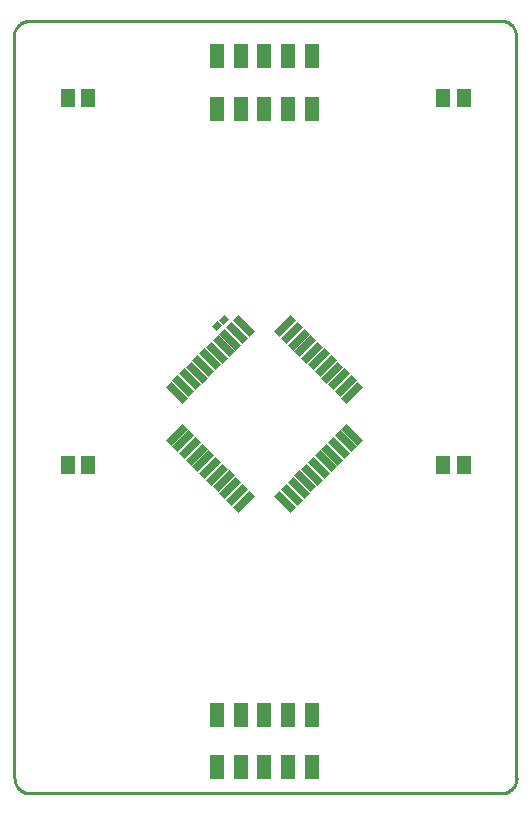
<source format=gbp>
%FSTAX23Y23*%
%MOIN*%
%SFA1B1*%

%IPPOS*%
%AMD20*
4,1,4,0.036100,-0.018100,-0.018100,0.036100,-0.036100,0.018100,0.018100,-0.036100,0.036100,-0.018100,0.0*
%
%AMD21*
4,1,4,-0.018100,-0.036100,0.036100,0.018100,0.018100,0.036100,-0.036100,-0.018100,-0.018100,-0.036100,0.0*
%
%AMD53*
4,1,4,0.016400,0.000600,0.000600,0.016400,-0.016400,-0.000600,-0.000600,-0.016400,0.016400,0.000600,0.0*
%
%ADD14C,0.010000*%
G04~CAMADD=20~9~0.0~0.0~767.7~255.9~0.0~0.0~0~0.0~0.0~0.0~0.0~0~0.0~0.0~0.0~0.0~0~0.0~0.0~0.0~315.0~722.0~721.0*
%ADD20D20*%
G04~CAMADD=21~9~0.0~0.0~767.7~255.9~0.0~0.0~0~0.0~0.0~0.0~0.0~0~0.0~0.0~0.0~0.0~0~0.0~0.0~0.0~225.0~722.0~721.0*
%ADD21D21*%
%ADD51R,0.046060X0.084840*%
%ADD52R,0.047240X0.059060*%
G04~CAMADD=53~9~0.0~0.0~224.4~240.2~0.0~0.0~0~0.0~0.0~0.0~0.0~0~0.0~0.0~0.0~0.0~0~0.0~0.0~0.0~315.0~328.0~327.0*
%ADD53D53*%
%LNnas-craftsman_nixie_base_v1_1-1*%
%LPD*%
G54D14*
X17704Y00331D02*
D01*
X17705Y00327*
X17705Y00324*
X17706Y0032*
X17706Y00317*
X17707Y00314*
X17709Y00311*
X1771Y00307*
X17712Y00304*
X17714Y00301*
X17716Y00299*
X17718Y00296*
X17721Y00294*
X17724Y00291*
X17726Y00289*
X17729Y00288*
X17733Y00286*
X17736Y00284*
X17739Y00283*
X17742Y00282*
X17746Y00282*
X17749Y00281*
X17753Y00281*
X17754Y00281*
X17753Y02855D02*
D01*
X17749Y02855*
X17746Y02855*
X17743Y02854*
X17739Y02853*
X17736Y02852*
X17733Y02851*
X1773Y02849*
X17726Y02848*
X17724Y02846*
X17721Y02843*
X17718Y02841*
X17716Y02839*
X17714Y02836*
X17712Y02833*
X1771Y0283*
X17708Y02827*
X17707Y02824*
X17705Y02821*
X17704Y02817*
X17704Y02814*
X17703Y0281*
X17703Y02807*
X17703Y02805*
X19376D02*
D01*
X19376Y02809*
X19376Y02812*
X19375Y02815*
X19374Y02819*
X19373Y02822*
X19372Y02825*
X1937Y02829*
X19369Y02832*
X19367Y02834*
X19365Y02837*
X19362Y0284*
X1936Y02842*
X19357Y02845*
X19354Y02847*
X19351Y02848*
X19348Y0285*
X19345Y02851*
X19342Y02853*
X19338Y02854*
X19335Y02854*
X19331Y02855*
X19328Y02855*
X19326Y02855*
X19328Y00281D02*
D01*
X19331Y00281*
X19335Y00281*
X19338Y00282*
X19342Y00283*
X19345Y00284*
X19348Y00285*
X19351Y00287*
X19354Y00288*
X19357Y0029*
X1936Y00293*
X19362Y00295*
X19365Y00297*
X19367Y003*
X19369Y00303*
X19371Y00306*
X19373Y00309*
X19374Y00312*
X19375Y00315*
X19376Y00319*
X19377Y00322*
X19377Y00326*
X19378Y00329*
X19378Y00331*
X17935Y00281D02*
X19132D01*
X1794Y02855D02*
X19134D01*
X17753D02*
X19326D01*
X17754Y00281D02*
X19328D01*
X17703Y00334D02*
Y02805D01*
X19376Y00328D02*
Y02809D01*
G54D20*
X18468Y01838D03*
X18446Y01816D03*
X18423Y01793D03*
X18401Y01771D03*
X18379Y01749D03*
X18357Y01727D03*
X18334Y01704D03*
X18312Y01682D03*
X1829Y0166D03*
X18267Y01638D03*
X18245Y01615D03*
X18607Y01253D03*
X18629Y01276D03*
X18652Y01298D03*
X18674Y0132D03*
X18696Y01342D03*
X18718Y01365D03*
X18741Y01387D03*
X18763Y01409D03*
X18785Y01432D03*
X18808Y01454D03*
X1883Y01476D03*
G54D21*
X1883Y01615D03*
X18808Y01638D03*
X18785Y0166D03*
X18763Y01682D03*
X18741Y01704D03*
X18718Y01727D03*
X18696Y01749D03*
X18674Y01771D03*
X18652Y01793D03*
X18629Y01816D03*
X18607Y01838D03*
X18245Y01476D03*
X18267Y01454D03*
X1829Y01432D03*
X18312Y01409D03*
X18334Y01387D03*
X18357Y01365D03*
X18379Y01342D03*
X18401Y0132D03*
X18423Y01298D03*
X18446Y01276D03*
X18468Y01253D03*
G54D51*
X18695Y00542D03*
X18616D03*
X18537D03*
X18458D03*
X1838D03*
Y00367D03*
X18458D03*
X18537D03*
X18616Y00367D03*
X18695Y00367D03*
X1838Y02561D03*
X18458D03*
X18537D03*
X18616D03*
X18695D03*
Y02737D03*
X18616D03*
X18537D03*
X18458Y02737D03*
X1838Y02737D03*
G54D52*
X17881Y02597D03*
X1795D03*
X17881Y01376D03*
X1795D03*
X19201D03*
X19132D03*
X19201Y02597D03*
X19132D03*
G54D53*
X1838Y01838D03*
X18402Y01859D03*
M02*
</source>
